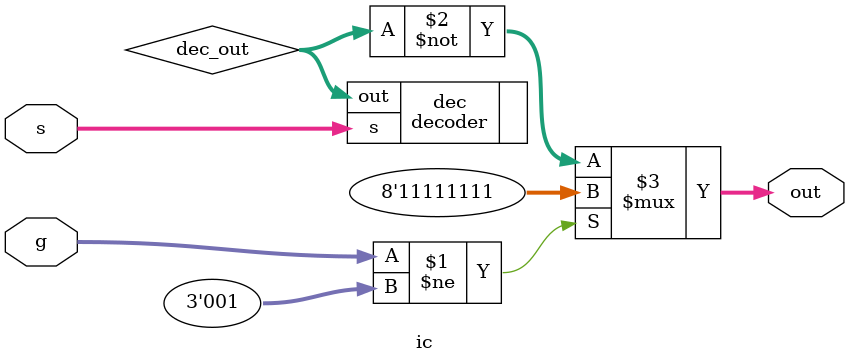
<source format=sv>
module ic(s, out, g);

    input [2:0] s, g;
    output [7:0] out;

    wire [7:0] dec_out;
    decoder dec(.s(s), .out(dec_out));

    assign out = (g != 3'b001) ? {8{1'b1}} : ~dec_out;

endmodule

</source>
